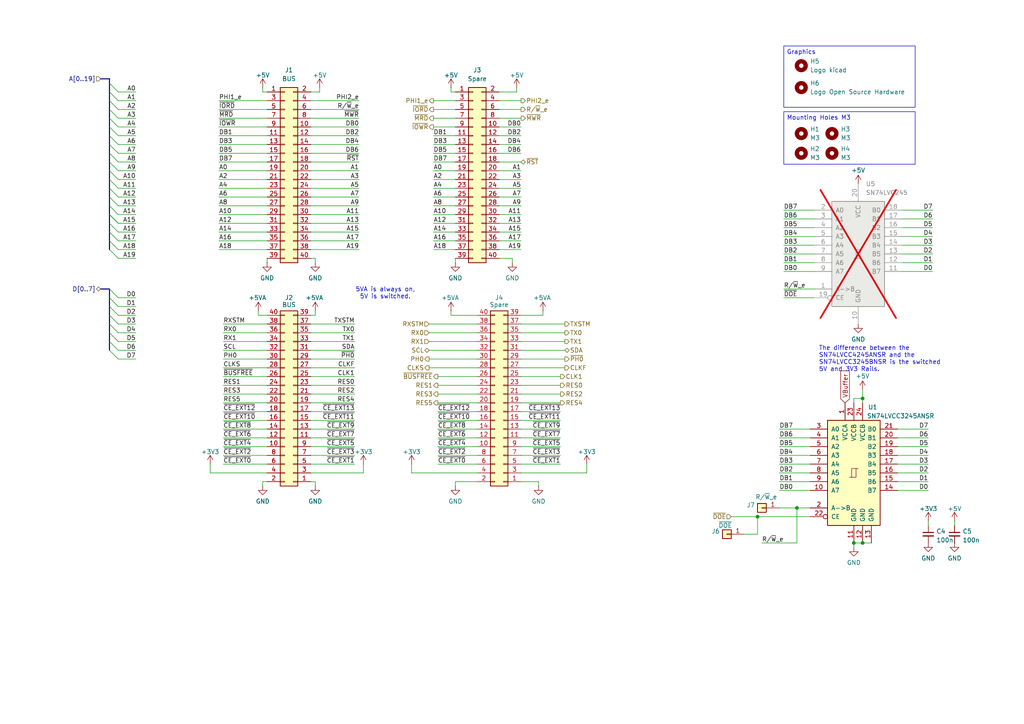
<source format=kicad_sch>
(kicad_sch (version 20231120) (generator "eeschema") (generator_version "8.0")
  (paper "A4")
  (title_block (title "Unicomp v3 - Bus") (date "2024-10-01") (rev "v1.0") (company "100% Offner") (comment 1 "v1.0: Initial"))
  (lib_symbols
    (symbol "+5V_1" (power) (pin_names (offset 0))
      (property "Value" "+5V_1" (at 0 3.556 0))
      (symbol "+5V_1_0_1"
        (polyline (pts (xy -0.762 1.27) (xy 0 2.54)))
        (polyline (pts (xy 0 0) (xy 0 2.54)))
        (polyline (pts (xy 0 2.54) (xy 0.762 1.27)))
      )
      (symbol "+5V_1_1_1"
        (pin power_in line (at 0 0 90) (length 0) hide (name "+5V") (number "1"))
      )
    )
    (symbol "74xx:74LS245" (pin_names (offset 1.016))
      (property "Reference" "U" (at -7.62 16.51 0))
      (property "Value" "74LS245" (at -7.62 -16.51 0))
      (symbol "74LS245_1_0"
        (polyline (pts (xy -0.635 -1.27) (xy -0.635 1.27) (xy 0.635 1.27)))
        (polyline (pts (xy -1.27 -1.27) (xy 0.635 -1.27) (xy 0.635 1.27) (xy 1.27 1.27)))
        (pin input line (at -12.7 -10.16 0) (length 5.08) (name "A->B") (number "1"))
        (pin power_in line (at 0 -20.32 90) (length 5.08) (name "GND") (number "10"))
        (pin tri_state line (at 12.7 -5.08 180) (length 5.08) (name "B7") (number "11"))
        (pin tri_state line (at 12.7 -2.54 180) (length 5.08) (name "B6") (number "12"))
        (pin tri_state line (at 12.7 0 180) (length 5.08) (name "B5") (number "13"))
        (pin tri_state line (at 12.7 2.54 180) (length 5.08) (name "B4") (number "14"))
        (pin tri_state line (at 12.7 5.08 180) (length 5.08) (name "B3") (number "15"))
        (pin tri_state line (at 12.7 7.62 180) (length 5.08) (name "B2") (number "16"))
        (pin tri_state line (at 12.7 10.16 180) (length 5.08) (name "B1") (number "17"))
        (pin tri_state line (at 12.7 12.7 180) (length 5.08) (name "B0") (number "18"))
        (pin input inverted (at -12.7 -12.7 0) (length 5.08) (name "CE") (number "19"))
        (pin tri_state line (at -12.7 12.7 0) (length 5.08) (name "A0") (number "2"))
        (pin power_in line (at 0 20.32 270) (length 5.08) (name "VCC") (number "20"))
        (pin tri_state line (at -12.7 10.16 0) (length 5.08) (name "A1") (number "3"))
        (pin tri_state line (at -12.7 7.62 0) (length 5.08) (name "A2") (number "4"))
        (pin tri_state line (at -12.7 5.08 0) (length 5.08) (name "A3") (number "5"))
        (pin tri_state line (at -12.7 2.54 0) (length 5.08) (name "A4") (number "6"))
        (pin tri_state line (at -12.7 0 0) (length 5.08) (name "A5") (number "7"))
        (pin tri_state line (at -12.7 -2.54 0) (length 5.08) (name "A6") (number "8"))
        (pin tri_state line (at -12.7 -5.08 0) (length 5.08) (name "A7") (number "9"))
      )
      (symbol "74LS245_1_1"
        (rectangle (start -7.62 15.24) (end 7.62 -15.24) (stroke (width 0.254)) (fill (type background)))
      )
    )
    (symbol "Connector_Generic:Conn_01x01" (pin_names (offset 1.016) hide)
      (property "Reference" "J" (at 0 2.54 0))
      (property "Value" "Conn_01x01" (at 0 -2.54 0))
      (symbol "Conn_01x01_1_1"
        (rectangle (start -1.27 0.127) (end 0 -0.127) (stroke (width 0.1524)))
        (rectangle (start -1.27 1.27) (end 1.27 -1.27) (stroke (width 0.254)) (fill (type background)))
        (pin passive line (at -5.08 0 0) (length 3.81) (name "Pin_1") (number "1"))
      )
    )
    (symbol "Connector_Generic:Conn_02x20_Odd_Even" (pin_names (offset 1.016) hide)
      (property "Reference" "J" (at 1.27 25.4 0))
      (property "Value" "Conn_02x20_Odd_Even" (at 1.27 -27.94 0))
      (symbol "Conn_02x20_Odd_Even_1_1"
        (rectangle (start -1.27 -25.273) (end 0 -25.527) (stroke (width 0.1524)))
        (rectangle (start -1.27 -22.733) (end 0 -22.987) (stroke (width 0.1524)))
        (rectangle (start -1.27 -20.193) (end 0 -20.447) (stroke (width 0.1524)))
        (rectangle (start -1.27 -17.653) (end 0 -17.907) (stroke (width 0.1524)))
        (rectangle (start -1.27 -15.113) (end 0 -15.367) (stroke (width 0.1524)))
        (rectangle (start -1.27 -12.573) (end 0 -12.827) (stroke (width 0.1524)))
        (rectangle (start -1.27 -10.033) (end 0 -10.287) (stroke (width 0.1524)))
        (rectangle (start -1.27 -7.493) (end 0 -7.747) (stroke (width 0.1524)))
        (rectangle (start -1.27 -4.953) (end 0 -5.207) (stroke (width 0.1524)))
        (rectangle (start -1.27 -2.413) (end 0 -2.667) (stroke (width 0.1524)))
        (rectangle (start -1.27 0.127) (end 0 -0.127) (stroke (width 0.1524)))
        (rectangle (start -1.27 2.667) (end 0 2.413) (stroke (width 0.1524)))
        (rectangle (start -1.27 5.207) (end 0 4.953) (stroke (width 0.1524)))
        (rectangle (start -1.27 7.747) (end 0 7.493) (stroke (width 0.1524)))
        (rectangle (start -1.27 10.287) (end 0 10.033) (stroke (width 0.1524)))
        (rectangle (start -1.27 12.827) (end 0 12.573) (stroke (width 0.1524)))
        (rectangle (start -1.27 15.367) (end 0 15.113) (stroke (width 0.1524)))
        (rectangle (start -1.27 17.907) (end 0 17.653) (stroke (width 0.1524)))
        (rectangle (start -1.27 20.447) (end 0 20.193) (stroke (width 0.1524)))
        (rectangle (start -1.27 22.987) (end 0 22.733) (stroke (width 0.1524)))
        (rectangle (start -1.27 24.13) (end 3.81 -26.67) (stroke (width 0.254)) (fill (type background)))
        (rectangle (start 3.81 -25.273) (end 2.54 -25.527) (stroke (width 0.1524)))
        (rectangle (start 3.81 -22.733) (end 2.54 -22.987) (stroke (width 0.1524)))
        (rectangle (start 3.81 -20.193) (end 2.54 -20.447) (stroke (width 0.1524)))
        (rectangle (start 3.81 -17.653) (end 2.54 -17.907) (stroke (width 0.1524)))
        (rectangle (start 3.81 -15.113) (end 2.54 -15.367) (stroke (width 0.1524)))
        (rectangle (start 3.81 -12.573) (end 2.54 -12.827) (stroke (width 0.1524)))
        (rectangle (start 3.81 -10.033) (end 2.54 -10.287) (stroke (width 0.1524)))
        (rectangle (start 3.81 -7.493) (end 2.54 -7.747) (stroke (width 0.1524)))
        (rectangle (start 3.81 -4.953) (end 2.54 -5.207) (stroke (width 0.1524)))
        (rectangle (start 3.81 -2.413) (end 2.54 -2.667) (stroke (width 0.1524)))
        (rectangle (start 3.81 0.127) (end 2.54 -0.127) (stroke (width 0.1524)))
        (rectangle (start 3.81 2.667) (end 2.54 2.413) (stroke (width 0.1524)))
        (rectangle (start 3.81 5.207) (end 2.54 4.953) (stroke (width 0.1524)))
        (rectangle (start 3.81 7.747) (end 2.54 7.493) (stroke (width 0.1524)))
        (rectangle (start 3.81 10.287) (end 2.54 10.033) (stroke (width 0.1524)))
        (rectangle (start 3.81 12.827) (end 2.54 12.573) (stroke (width 0.1524)))
        (rectangle (start 3.81 15.367) (end 2.54 15.113) (stroke (width 0.1524)))
        (rectangle (start 3.81 17.907) (end 2.54 17.653) (stroke (width 0.1524)))
        (rectangle (start 3.81 20.447) (end 2.54 20.193) (stroke (width 0.1524)))
        (rectangle (start 3.81 22.987) (end 2.54 22.733) (stroke (width 0.1524)))
        (pin passive line (at -5.08 22.86 0) (length 3.81) (name "Pin_1") (number "1"))
        (pin passive line (at 7.62 12.7 180) (length 3.81) (name "Pin_10") (number "10"))
        (pin passive line (at -5.08 10.16 0) (length 3.81) (name "Pin_11") (number "11"))
        (pin passive line (at 7.62 10.16 180) (length 3.81) (name "Pin_12") (number "12"))
        (pin passive line (at -5.08 7.62 0) (length 3.81) (name "Pin_13") (number "13"))
        (pin passive line (at 7.62 7.62 180) (length 3.81) (name "Pin_14") (number "14"))
        (pin passive line (at -5.08 5.08 0) (length 3.81) (name "Pin_15") (number "15"))
        (pin passive line (at 7.62 5.08 180) (length 3.81) (name "Pin_16") (number "16"))
        (pin passive line (at -5.08 2.54 0) (length 3.81) (name "Pin_17") (number "17"))
        (pin passive line (at 7.62 2.54 180) (length 3.81) (name "Pin_18") (number "18"))
        (pin passive line (at -5.08 0 0) (length 3.81) (name "Pin_19") (number "19"))
        (pin passive line (at 7.62 22.86 180) (length 3.81) (name "Pin_2") (number "2"))
        (pin passive line (at 7.62 0 180) (length 3.81) (name "Pin_20") (number "20"))
        (pin passive line (at -5.08 -2.54 0) (length 3.81) (name "Pin_21") (number "21"))
        (pin passive line (at 7.62 -2.54 180) (length 3.81) (name "Pin_22") (number "22"))
        (pin passive line (at -5.08 -5.08 0) (length 3.81) (name "Pin_23") (number "23"))
        (pin passive line (at 7.62 -5.08 180) (length 3.81) (name "Pin_24") (number "24"))
        (pin passive line (at -5.08 -7.62 0) (length 3.81) (name "Pin_25") (number "25"))
        (pin passive line (at 7.62 -7.62 180) (length 3.81) (name "Pin_26") (number "26"))
        (pin passive line (at -5.08 -10.16 0) (length 3.81) (name "Pin_27") (number "27"))
        (pin passive line (at 7.62 -10.16 180) (length 3.81) (name "Pin_28") (number "28"))
        (pin passive line (at -5.08 -12.7 0) (length 3.81) (name "Pin_29") (number "29"))
        (pin passive line (at -5.08 20.32 0) (length 3.81) (name "Pin_3") (number "3"))
        (pin passive line (at 7.62 -12.7 180) (length 3.81) (name "Pin_30") (number "30"))
        (pin passive line (at -5.08 -15.24 0) (length 3.81) (name "Pin_31") (number "31"))
        (pin passive line (at 7.62 -15.24 180) (length 3.81) (name "Pin_32") (number "32"))
        (pin passive line (at -5.08 -17.78 0) (length 3.81) (name "Pin_33") (number "33"))
        (pin passive line (at 7.62 -17.78 180) (length 3.81) (name "Pin_34") (number "34"))
        (pin passive line (at -5.08 -20.32 0) (length 3.81) (name "Pin_35") (number "35"))
        (pin passive line (at 7.62 -20.32 180) (length 3.81) (name "Pin_36") (number "36"))
        (pin passive line (at -5.08 -22.86 0) (length 3.81) (name "Pin_37") (number "37"))
        (pin passive line (at 7.62 -22.86 180) (length 3.81) (name "Pin_38") (number "38"))
        (pin passive line (at -5.08 -25.4 0) (length 3.81) (name "Pin_39") (number "39"))
        (pin passive line (at 7.62 20.32 180) (length 3.81) (name "Pin_4") (number "4"))
        (pin passive line (at 7.62 -25.4 180) (length 3.81) (name "Pin_40") (number "40"))
        (pin passive line (at -5.08 17.78 0) (length 3.81) (name "Pin_5") (number "5"))
        (pin passive line (at 7.62 17.78 180) (length 3.81) (name "Pin_6") (number "6"))
        (pin passive line (at -5.08 15.24 0) (length 3.81) (name "Pin_7") (number "7"))
        (pin passive line (at 7.62 15.24 180) (length 3.81) (name "Pin_8") (number "8"))
        (pin passive line (at -5.08 12.7 0) (length 3.81) (name "Pin_9") (number "9"))
      )
    )
    (symbol "Device:C_Small" (pin_numbers hide) (pin_names (offset 0.254) hide)
      (property "Reference" "C" (at 0.254 1.778 0))
      (property "Value" "C_Small" (at 0.254 -2.032 0))
      (symbol "C_Small_0_1"
        (polyline (pts (xy -1.524 -0.508) (xy 1.524 -0.508)) (stroke (width 0.3302)))
        (polyline (pts (xy -1.524 0.508) (xy 1.524 0.508)) (stroke (width 0.3048)))
      )
      (symbol "C_Small_1_1"
        (pin passive line (at 0 2.54 270) (length 2.032) (name "~") (number "1"))
        (pin passive line (at 0 -2.54 90) (length 2.032) (name "~") (number "2"))
      )
    )
    (symbol "Mechanical:MountingHole" (pin_names (offset 1.016)) (exclude_from_sim yes) (in_bom no)
      (property "Reference" "H" (at 0 5.08 0))
      (property "Value" "MountingHole" (at 0 3.175 0))
      (symbol "MountingHole_0_1"
        (circle (center 0 0) (radius 1.27) (stroke (width 1.27)))
      )
    )
    (symbol "my_ics_new:74LVC4245" (pin_names (offset 1.016))
      (property "Reference" "U" (at -7.62 19.05 0))
      (property "Value" "74LVC4245" (at -10.16 16.51 0))
      (symbol "74LVC4245_1_0"
        (polyline (pts (xy -0.635 -1.27) (xy -0.635 1.27) (xy 0.635 1.27)))
        (polyline (pts (xy -1.27 -1.27) (xy 0.635 -1.27) (xy 0.635 1.27) (xy 1.27 1.27)))
        (pin power_in line (at -2.54 20.32 270) (length 5.08) (name "VCCA") (number "1"))
        (pin tri_state line (at -12.7 -5.08 0) (length 5.08) (name "A7") (number "10"))
        (pin power_in line (at 0 -20.32 90) (length 5.08) (name "GND") (number "11"))
        (pin power_in line (at 2.54 -20.32 90) (length 5.08) (name "GND") (number "12"))
        (pin power_in line (at 5.08 -20.32 90) (length 5.08) (name "GND") (number "13"))
        (pin tri_state line (at 12.7 -5.08 180) (length 5.08) (name "B7") (number "14"))
        (pin tri_state line (at 12.7 -2.54 180) (length 5.08) (name "B6") (number "15"))
        (pin tri_state line (at 12.7 0 180) (length 5.08) (name "B5") (number "16"))
        (pin tri_state line (at 12.7 2.54 180) (length 5.08) (name "B4") (number "17"))
        (pin tri_state line (at 12.7 5.08 180) (length 5.08) (name "B3") (number "18"))
        (pin tri_state line (at 12.7 7.62 180) (length 5.08) (name "B2") (number "19"))
        (pin input line (at -12.7 -10.16 0) (length 5.08) (name "A->B") (number "2"))
        (pin tri_state line (at 12.7 10.16 180) (length 5.08) (name "B1") (number "20"))
        (pin tri_state line (at 12.7 12.7 180) (length 5.08) (name "B0") (number "21"))
        (pin input inverted (at -12.7 -12.7 0) (length 5.08) (name "CE") (number "22"))
        (pin power_in line (at 0 20.32 270) (length 5.08) (name "VCCB") (number "23"))
        (pin power_in line (at 2.54 20.32 270) (length 5.08) (name "VCCB") (number "24"))
        (pin tri_state line (at -12.7 12.7 0) (length 5.08) (name "A0") (number "3"))
        (pin tri_state line (at -12.7 10.16 0) (length 5.08) (name "A1") (number "4"))
        (pin tri_state line (at -12.7 7.62 0) (length 5.08) (name "A2") (number "5"))
        (pin tri_state line (at -12.7 5.08 0) (length 5.08) (name "A3") (number "6"))
        (pin tri_state line (at -12.7 2.54 0) (length 5.08) (name "A4") (number "7"))
        (pin tri_state line (at -12.7 0 0) (length 5.08) (name "A5") (number "8"))
        (pin tri_state line (at -12.7 -2.54 0) (length 5.08) (name "A6") (number "9"))
      )
      (symbol "74LVC4245_1_1"
        (rectangle (start -7.62 15.24) (end 7.62 -15.24) (stroke (width 0.254)) (fill (type background)))
      )
    )
    (symbol "power:+3V3" (power) (pin_numbers hide) (pin_names (offset 0) hide)
      (property "Value" "+3V3" (at 0 3.556 0))
      (symbol "+3V3_0_1"
        (polyline (pts (xy -0.762 1.27) (xy 0 2.54)))
        (polyline (pts (xy 0 0) (xy 0 2.54)))
        (polyline (pts (xy 0 2.54) (xy 0.762 1.27)))
      )
      (symbol "+3V3_1_1"
        (pin power_in line (at 0 0 90) (length 0) (name "~") (number "1"))
      )
    )
    (symbol "power:+5V" (power) (pin_numbers hide) (pin_names (offset 0) hide)
      (property "Value" "+5V" (at 0 3.556 0))
      (symbol "+5V_0_1"
        (polyline (pts (xy -0.762 1.27) (xy 0 2.54)))
        (polyline (pts (xy 0 0) (xy 0 2.54)))
        (polyline (pts (xy 0 2.54) (xy 0.762 1.27)))
      )
      (symbol "+5V_1_1"
        (pin power_in line (at 0 0 90) (length 0) (name "~") (number "1"))
      )
    )
    (symbol "power:+5VA" (power) (pin_numbers hide) (pin_names (offset 0) hide)
      (property "Value" "+5VA" (at 0 3.556 0))
      (symbol "+5VA_0_1"
        (polyline (pts (xy -0.762 1.27) (xy 0 2.54)))
        (polyline (pts (xy 0 0) (xy 0 2.54)))
        (polyline (pts (xy 0 2.54) (xy 0.762 1.27)))
      )
      (symbol "+5VA_1_1"
        (pin power_in line (at 0 0 90) (length 0) (name "~") (number "1"))
      )
    )
    (symbol "power:GND" (power) (pin_numbers hide) (pin_names (offset 0) hide)
      (property "Value" "GND" (at 0 -3.81 0))
      (symbol "GND_0_1"
        (polyline (pts (xy 0 0) (xy 0 -1.27) (xy 1.27 -1.27) (xy 0 -2.54) (xy -1.27 -1.27) (xy 0 -1.27)))
      )
      (symbol "GND_1_1"
        (pin power_in line (at 0 0 270) (length 0) (name "~") (number "1"))
      )
    )
  )
  (junction (at 231.14 147.32))
  (junction (at 247.65 157.48))
  (junction (at 250.19 115.57))
  (junction (at 219.71 149.86))
  (junction (at 250.19 157.48))
  (bus_entry (at 31.75 57.15) (size 2.54 2.54))
  (bus_entry (at 31.75 49.53) (size 2.54 2.54))
  (bus_entry (at 31.75 34.29) (size 2.54 2.54))
  (bus_entry (at 31.75 62.23) (size 2.54 2.54))
  (bus_entry (at 31.75 72.39) (size 2.54 2.54))
  (bus_entry (at 31.75 91.44) (size 2.54 2.54))
  (bus_entry (at 31.75 83.82) (size 2.54 2.54))
  (bus_entry (at 31.75 99.06) (size 2.54 2.54))
  (bus_entry (at 31.75 36.83) (size 2.54 2.54))
  (bus_entry (at 31.75 24.13) (size 2.54 2.54))
  (bus_entry (at 31.75 67.31) (size 2.54 2.54))
  (bus_entry (at 31.75 54.61) (size 2.54 2.54))
  (bus_entry (at 31.75 44.45) (size 2.54 2.54))
  (bus_entry (at 31.75 86.36) (size 2.54 2.54))
  (bus_entry (at 31.75 41.91) (size 2.54 2.54))
  (bus_entry (at 31.75 46.99) (size 2.54 2.54))
  (bus_entry (at 31.75 39.37) (size 2.54 2.54))
  (bus_entry (at 31.75 31.75) (size 2.54 2.54))
  (bus_entry (at 31.75 29.21) (size 2.54 2.54))
  (bus_entry (at 31.75 96.52) (size 2.54 2.54))
  (bus_entry (at 31.75 26.67) (size 2.54 2.54))
  (bus_entry (at 31.75 88.9) (size 2.54 2.54))
  (bus_entry (at 31.75 52.07) (size 2.54 2.54))
  (bus_entry (at 31.75 62.23) (size 2.54 2.54))
  (bus_entry (at 31.75 69.85) (size 2.54 2.54))
  (bus_entry (at 31.75 59.69) (size 2.54 2.54))
  (bus_entry (at 31.75 93.98) (size 2.54 2.54))
  (bus_entry (at 31.75 64.77) (size 2.54 2.54))
  (bus_entry (at 31.75 101.6) (size 2.54 2.54))
  (wire (pts (xy 39.37 91.44) (xy 34.29 91.44)))
  (wire (pts (xy 125.73 41.91) (xy 132.08 41.91)))
  (bus (pts (xy 31.75 91.44) (xy 31.75 88.9)))
  (wire (pts (xy 260.35 127) (xy 269.24 127)))
  (bus (pts (xy 31.75 31.75) (xy 31.75 29.21)))
  (wire (pts (xy 91.44 74.93) (xy 90.17 74.93)))
  (wire (pts (xy 250.19 113.03) (xy 250.19 115.57)))
  (wire (pts (xy 151.13 116.84) (xy 162.56 116.84)))
  (wire (pts (xy 125.73 44.45) (xy 132.08 44.45)))
  (wire (pts (xy 63.5 29.21) (xy 77.47 29.21)))
  (wire (pts (xy 144.78 57.15) (xy 151.13 57.15)))
  (wire (pts (xy 91.44 90.17) (xy 91.44 91.44)))
  (wire (pts (xy 156.21 139.7) (xy 151.13 139.7)))
  (wire (pts (xy 39.37 104.14) (xy 34.29 104.14)))
  (wire (pts (xy 90.17 99.06) (xy 102.87 99.06)))
  (wire (pts (xy 170.18 134.62) (xy 170.18 137.16)))
  (wire (pts (xy 125.73 39.37) (xy 132.08 39.37)))
  (wire (pts (xy 63.5 64.77) (xy 77.47 64.77)))
  (wire (pts (xy 130.81 90.17) (xy 130.81 91.44)))
  (wire (pts (xy 64.77 134.62) (xy 77.47 134.62)))
  (wire (pts (xy 144.78 64.77) (xy 151.13 64.77)))
  (wire (pts (xy 260.35 142.24) (xy 269.24 142.24)))
  (wire (pts (xy 144.78 69.85) (xy 151.13 69.85)))
  (wire (pts (xy 64.77 121.92) (xy 77.47 121.92)))
  (wire (pts (xy 151.13 129.54) (xy 162.56 129.54)))
  (wire (pts (xy 260.35 137.16) (xy 269.24 137.16)))
  (wire (pts (xy 227.33 83.82) (xy 236.22 83.82)))
  (wire (pts (xy 127 111.76) (xy 138.43 111.76)))
  (wire (pts (xy 90.17 64.77) (xy 104.14 64.77)))
  (wire (pts (xy 149.86 26.67) (xy 144.78 26.67)))
  (wire (pts (xy 39.37 69.85) (xy 34.29 69.85)))
  (wire (pts (xy 91.44 76.2) (xy 91.44 74.93)))
  (wire (pts (xy 151.13 99.06) (xy 163.83 99.06)))
  (wire (pts (xy 90.17 59.69) (xy 104.14 59.69)))
  (wire (pts (xy 127 127) (xy 138.43 127)))
  (wire (pts (xy 130.81 91.44) (xy 138.43 91.44)))
  (wire (pts (xy 63.5 36.83) (xy 77.47 36.83)))
  (wire (pts (xy 63.5 39.37) (xy 77.47 39.37)))
  (wire (pts (xy 90.17 116.84) (xy 102.87 116.84)))
  (wire (pts (xy 157.48 90.17) (xy 157.48 91.44)))
  (wire (pts (xy 125.73 69.85) (xy 132.08 69.85)))
  (wire (pts (xy 60.96 137.16) (xy 77.47 137.16)))
  (wire (pts (xy 231.14 147.32) (xy 234.95 147.32)))
  (wire (pts (xy 148.59 76.2) (xy 148.59 74.93)))
  (wire (pts (xy 260.35 129.54) (xy 269.24 129.54)))
  (wire (pts (xy 151.13 127) (xy 162.56 127)))
  (bus (pts (xy 31.75 99.06) (xy 31.75 96.52)))
  (wire (pts (xy 247.65 115.57) (xy 250.19 115.57)))
  (bus (pts (xy 31.75 88.9) (xy 31.75 86.36)))
  (wire (pts (xy 125.73 46.99) (xy 132.08 46.99)))
  (wire (pts (xy 261.62 78.74) (xy 270.51 78.74)))
  (wire (pts (xy 76.2 25.4) (xy 76.2 26.67)))
  (wire (pts (xy 125.73 31.75) (xy 132.08 31.75)))
  (wire (pts (xy 39.37 36.83) (xy 34.29 36.83)))
  (wire (pts (xy 39.37 57.15) (xy 34.29 57.15)))
  (wire (pts (xy 74.93 91.44) (xy 77.47 91.44)))
  (wire (pts (xy 226.06 129.54) (xy 234.95 129.54)))
  (bus (pts (xy 31.75 64.77) (xy 31.75 62.23)))
  (wire (pts (xy 39.37 62.23) (xy 34.29 62.23)))
  (wire (pts (xy 64.77 99.06) (xy 77.47 99.06)))
  (wire (pts (xy 149.86 25.4) (xy 149.86 26.67)))
  (wire (pts (xy 125.73 57.15) (xy 132.08 57.15)))
  (wire (pts (xy 39.37 52.07) (xy 34.29 52.07)))
  (wire (pts (xy 226.06 124.46) (xy 234.95 124.46)))
  (wire (pts (xy 227.33 60.96) (xy 236.22 60.96)))
  (wire (pts (xy 90.17 36.83) (xy 104.14 36.83)))
  (wire (pts (xy 219.71 154.94) (xy 219.71 149.86)))
  (wire (pts (xy 39.37 49.53) (xy 34.29 49.53)))
  (bus (pts (xy 31.75 44.45) (xy 31.75 41.91)))
  (wire (pts (xy 92.71 25.4) (xy 92.71 26.67)))
  (wire (pts (xy 90.17 31.75) (xy 104.14 31.75)))
  (wire (pts (xy 64.77 124.46) (xy 77.47 124.46)))
  (wire (pts (xy 276.86 151.13) (xy 276.86 152.4)))
  (bus (pts (xy 31.75 86.36) (xy 31.75 83.82)))
  (wire (pts (xy 64.77 106.68) (xy 77.47 106.68)))
  (wire (pts (xy 39.37 88.9) (xy 34.29 88.9)))
  (wire (pts (xy 64.77 101.6) (xy 77.47 101.6)))
  (wire (pts (xy 64.77 114.3) (xy 77.47 114.3)))
  (wire (pts (xy 226.06 137.16) (xy 234.95 137.16)))
  (bus (pts (xy 31.75 69.85) (xy 31.75 67.31)))
  (wire (pts (xy 39.37 46.99) (xy 34.29 46.99)))
  (wire (pts (xy 226.06 132.08) (xy 234.95 132.08)))
  (wire (pts (xy 125.73 59.69) (xy 132.08 59.69)))
  (wire (pts (xy 39.37 96.52) (xy 34.29 96.52)))
  (wire (pts (xy 64.77 129.54) (xy 77.47 129.54)))
  (wire (pts (xy 261.62 76.2) (xy 270.51 76.2)))
  (wire (pts (xy 39.37 39.37) (xy 34.29 39.37)))
  (wire (pts (xy 125.73 36.83) (xy 132.08 36.83)))
  (wire (pts (xy 125.73 52.07) (xy 132.08 52.07)))
  (wire (pts (xy 39.37 34.29) (xy 34.29 34.29)))
  (wire (pts (xy 63.5 31.75) (xy 77.47 31.75)))
  (wire (pts (xy 127 116.84) (xy 138.43 116.84)))
  (wire (pts (xy 151.13 124.46) (xy 162.56 124.46)))
  (wire (pts (xy 269.24 151.13) (xy 269.24 152.4)))
  (wire (pts (xy 261.62 66.04) (xy 270.51 66.04)))
  (wire (pts (xy 130.81 26.67) (xy 132.08 26.67)))
  (wire (pts (xy 231.14 157.48) (xy 231.14 147.32)))
  (wire (pts (xy 151.13 101.6) (xy 163.83 101.6)))
  (bus (pts (xy 31.75 39.37) (xy 31.75 36.83)))
  (wire (pts (xy 63.5 52.07) (xy 77.47 52.07)))
  (wire (pts (xy 90.17 134.62) (xy 102.87 134.62)))
  (bus (pts (xy 31.75 93.98) (xy 31.75 91.44)))
  (wire (pts (xy 39.37 44.45) (xy 34.29 44.45)))
  (wire (pts (xy 157.48 91.44) (xy 151.13 91.44)))
  (wire (pts (xy 227.33 78.74) (xy 236.22 78.74)))
  (wire (pts (xy 127 114.3) (xy 138.43 114.3)))
  (wire (pts (xy 124.46 106.68) (xy 138.43 106.68)))
  (wire (pts (xy 77.47 76.2) (xy 77.47 74.93)))
  (wire (pts (xy 63.5 72.39) (xy 77.47 72.39)))
  (wire (pts (xy 151.13 109.22) (xy 162.56 109.22)))
  (wire (pts (xy 90.17 69.85) (xy 104.14 69.85)))
  (wire (pts (xy 63.5 62.23) (xy 77.47 62.23)))
  (wire (pts (xy 226.06 139.7) (xy 234.95 139.7)))
  (wire (pts (xy 127 119.38) (xy 138.43 119.38)))
  (wire (pts (xy 63.5 59.69) (xy 77.47 59.69)))
  (wire (pts (xy 227.33 73.66) (xy 236.22 73.66)))
  (wire (pts (xy 90.17 57.15) (xy 104.14 57.15)))
  (wire (pts (xy 91.44 91.44) (xy 90.17 91.44)))
  (wire (pts (xy 227.33 86.36) (xy 236.22 86.36)))
  (wire (pts (xy 215.9 154.94) (xy 219.71 154.94)))
  (wire (pts (xy 125.73 62.23) (xy 132.08 62.23)))
  (bus (pts (xy 31.75 52.07) (xy 31.75 49.53)))
  (bus (pts (xy 31.75 54.61) (xy 31.75 52.07)))
  (wire (pts (xy 39.37 64.77) (xy 34.29 64.77)))
  (wire (pts (xy 227.33 63.5) (xy 236.22 63.5)))
  (wire (pts (xy 144.78 62.23) (xy 151.13 62.23)))
  (wire (pts (xy 125.73 34.29) (xy 132.08 34.29)))
  (bus (pts (xy 31.75 72.39) (xy 31.75 69.85)))
  (wire (pts (xy 144.78 67.31) (xy 151.13 67.31)))
  (wire (pts (xy 151.13 132.08) (xy 162.56 132.08)))
  (wire (pts (xy 119.38 137.16) (xy 138.43 137.16)))
  (wire (pts (xy 151.13 96.52) (xy 163.83 96.52)))
  (wire (pts (xy 63.5 54.61) (xy 77.47 54.61)))
  (bus (pts (xy 31.75 49.53) (xy 31.75 46.99)))
  (wire (pts (xy 76.2 140.97) (xy 76.2 139.7)))
  (wire (pts (xy 156.21 140.97) (xy 156.21 139.7)))
  (wire (pts (xy 39.37 99.06) (xy 34.29 99.06)))
  (wire (pts (xy 91.44 140.97) (xy 91.44 139.7)))
  (bus (pts (xy 31.75 29.21) (xy 31.75 26.67)))
  (wire (pts (xy 125.73 67.31) (xy 132.08 67.31)))
  (wire (pts (xy 144.78 49.53) (xy 151.13 49.53)))
  (wire (pts (xy 39.37 86.36) (xy 34.29 86.36)))
  (bus (pts (xy 31.75 83.82) (xy 29.21 83.82)))
  (wire (pts (xy 127 121.92) (xy 138.43 121.92)))
  (wire (pts (xy 127 129.54) (xy 138.43 129.54)))
  (wire (pts (xy 63.5 34.29) (xy 77.47 34.29)))
  (wire (pts (xy 144.78 34.29) (xy 151.13 34.29)))
  (wire (pts (xy 227.33 66.04) (xy 236.22 66.04)))
  (wire (pts (xy 63.5 46.99) (xy 77.47 46.99)))
  (wire (pts (xy 90.17 106.68) (xy 102.87 106.68)))
  (wire (pts (xy 144.78 29.21) (xy 151.13 29.21)))
  (wire (pts (xy 76.2 26.67) (xy 77.47 26.67)))
  (wire (pts (xy 90.17 114.3) (xy 102.87 114.3)))
  (wire (pts (xy 132.08 76.2) (xy 132.08 74.93)))
  (wire (pts (xy 125.73 72.39) (xy 132.08 72.39)))
  (wire (pts (xy 74.93 90.17) (xy 74.93 91.44)))
  (wire (pts (xy 64.77 109.22) (xy 77.47 109.22)))
  (wire (pts (xy 39.37 74.93) (xy 34.29 74.93)))
  (wire (pts (xy 260.35 139.7) (xy 269.24 139.7)))
  (wire (pts (xy 90.17 104.14) (xy 102.87 104.14)))
  (wire (pts (xy 90.17 44.45) (xy 104.14 44.45)))
  (wire (pts (xy 64.77 111.76) (xy 77.47 111.76)))
  (wire (pts (xy 144.78 54.61) (xy 151.13 54.61)))
  (wire (pts (xy 247.65 157.48) (xy 250.19 157.48)))
  (wire (pts (xy 261.62 68.58) (xy 270.51 68.58)))
  (wire (pts (xy 220.98 157.48) (xy 231.14 157.48)))
  (wire (pts (xy 124.46 101.6) (xy 138.43 101.6)))
  (bus (pts (xy 31.75 57.15) (xy 31.75 54.61)))
  (wire (pts (xy 151.13 93.98) (xy 163.83 93.98)))
  (wire (pts (xy 63.5 69.85) (xy 77.47 69.85)))
  (wire (pts (xy 64.77 93.98) (xy 77.47 93.98)))
  (wire (pts (xy 250.19 115.57) (xy 250.19 116.84)))
  (wire (pts (xy 39.37 31.75) (xy 34.29 31.75)))
  (wire (pts (xy 90.17 62.23) (xy 104.14 62.23)))
  (wire (pts (xy 124.46 96.52) (xy 138.43 96.52)))
  (wire (pts (xy 127 124.46) (xy 138.43 124.46)))
  (wire (pts (xy 90.17 49.53) (xy 104.14 49.53)))
  (bus (pts (xy 31.75 46.99) (xy 31.75 44.45)))
  (wire (pts (xy 64.77 96.52) (xy 77.47 96.52)))
  (wire (pts (xy 124.46 104.14) (xy 138.43 104.14)))
  (wire (pts (xy 261.62 73.66) (xy 270.51 73.66)))
  (wire (pts (xy 90.17 127) (xy 102.87 127)))
  (wire (pts (xy 92.71 26.67) (xy 90.17 26.67)))
  (wire (pts (xy 76.2 139.7) (xy 77.47 139.7)))
  (wire (pts (xy 124.46 99.06) (xy 138.43 99.06)))
  (wire (pts (xy 247.65 158.75) (xy 247.65 157.48)))
  (wire (pts (xy 144.78 44.45) (xy 151.13 44.45)))
  (wire (pts (xy 260.35 134.62) (xy 269.24 134.62)))
  (wire (pts (xy 144.78 59.69) (xy 151.13 59.69)))
  (wire (pts (xy 125.73 54.61) (xy 132.08 54.61)))
  (wire (pts (xy 260.35 124.46) (xy 269.24 124.46)))
  (wire (pts (xy 250.19 157.48) (xy 252.73 157.48)))
  (wire (pts (xy 63.5 67.31) (xy 77.47 67.31)))
  (wire (pts (xy 127 132.08) (xy 138.43 132.08)))
  (wire (pts (xy 90.17 119.38) (xy 102.87 119.38)))
  (wire (pts (xy 63.5 41.91) (xy 77.47 41.91)))
  (wire (pts (xy 39.37 59.69) (xy 34.29 59.69)))
  (wire (pts (xy 63.5 44.45) (xy 77.47 44.45)))
  (wire (pts (xy 60.96 134.62) (xy 60.96 137.16)))
  (wire (pts (xy 151.13 119.38) (xy 162.56 119.38)))
  (wire (pts (xy 64.77 116.84) (xy 77.47 116.84)))
  (wire (pts (xy 90.17 129.54) (xy 102.87 129.54)))
  (wire (pts (xy 127 134.62) (xy 138.43 134.62)))
  (wire (pts (xy 39.37 93.98) (xy 34.29 93.98)))
  (wire (pts (xy 64.77 127) (xy 77.47 127)))
  (wire (pts (xy 226.06 147.32) (xy 231.14 147.32)))
  (wire (pts (xy 39.37 101.6) (xy 34.29 101.6)))
  (wire (pts (xy 64.77 119.38) (xy 77.47 119.38)))
  (wire (pts (xy 144.78 31.75) (xy 151.13 31.75)))
  (bus (pts (xy 31.75 36.83) (xy 31.75 34.29)))
  (wire (pts (xy 151.13 111.76) (xy 162.56 111.76)))
  (wire (pts (xy 90.17 41.91) (xy 104.14 41.91)))
  (wire (pts (xy 151.13 137.16) (xy 170.18 137.16)))
  (wire (pts (xy 63.5 57.15) (xy 77.47 57.15)))
  (wire (pts (xy 148.59 74.93) (xy 144.78 74.93)))
  (wire (pts (xy 90.17 39.37) (xy 104.14 39.37)))
  (wire (pts (xy 119.38 134.62) (xy 119.38 137.16)))
  (wire (pts (xy 260.35 132.08) (xy 269.24 132.08)))
  (wire (pts (xy 90.17 34.29) (xy 104.14 34.29)))
  (wire (pts (xy 39.37 41.91) (xy 34.29 41.91)))
  (wire (pts (xy 132.08 139.7) (xy 138.43 139.7)))
  (wire (pts (xy 125.73 64.77) (xy 132.08 64.77)))
  (wire (pts (xy 39.37 29.21) (xy 34.29 29.21)))
  (wire (pts (xy 90.17 93.98) (xy 102.87 93.98)))
  (wire (pts (xy 226.06 134.62) (xy 234.95 134.62)))
  (wire (pts (xy 144.78 41.91) (xy 151.13 41.91)))
  (wire (pts (xy 144.78 46.99) (xy 151.13 46.99)))
  (bus (pts (xy 31.75 59.69) (xy 31.75 57.15)))
  (wire (pts (xy 90.17 101.6) (xy 102.87 101.6)))
  (wire (pts (xy 90.17 124.46) (xy 102.87 124.46)))
  (bus (pts (xy 31.75 41.91) (xy 31.75 39.37)))
  (wire (pts (xy 90.17 109.22) (xy 102.87 109.22)))
  (wire (pts (xy 151.13 104.14) (xy 163.83 104.14)))
  (wire (pts (xy 125.73 29.21) (xy 132.08 29.21)))
  (bus (pts (xy 31.75 26.67) (xy 31.75 24.13)))
  (wire (pts (xy 64.77 132.08) (xy 77.47 132.08)))
  (wire (pts (xy 226.06 142.24) (xy 234.95 142.24)))
  (bus (pts (xy 31.75 62.23) (xy 31.75 59.69)))
  (wire (pts (xy 39.37 72.39) (xy 34.29 72.39)))
  (wire (pts (xy 90.17 111.76) (xy 102.87 111.76)))
  (wire (pts (xy 39.37 67.31) (xy 34.29 67.31)))
  (bus (pts (xy 31.75 24.13) (xy 31.75 22.86)))
  (wire (pts (xy 130.81 25.4) (xy 130.81 26.67)))
  (wire (pts (xy 90.17 121.92) (xy 102.87 121.92)))
  (wire (pts (xy 227.33 71.12) (xy 236.22 71.12)))
  (wire (pts (xy 90.17 137.16) (xy 105.41 137.16)))
  (bus (pts (xy 31.75 96.52) (xy 31.75 93.98)))
  (wire (pts (xy 90.17 67.31) (xy 104.14 67.31)))
  (wire (pts (xy 63.5 49.53) (xy 77.47 49.53)))
  (wire (pts (xy 227.33 68.58) (xy 236.22 68.58)))
  (wire (pts (xy 90.17 29.21) (xy 104.14 29.21)))
  (wire (pts (xy 261.62 71.12) (xy 270.51 71.12)))
  (wire (pts (xy 219.71 149.86) (xy 234.95 149.86)))
  (wire (pts (xy 226.06 127) (xy 234.95 127)))
  (wire (pts (xy 90.17 52.07) (xy 104.14 52.07)))
  (wire (pts (xy 90.17 54.61) (xy 104.14 54.61)))
  (wire (pts (xy 125.73 49.53) (xy 132.08 49.53)))
  (wire (pts (xy 39.37 26.67) (xy 34.29 26.67)))
  (wire (pts (xy 144.78 72.39) (xy 151.13 72.39)))
  (bus (pts (xy 31.75 101.6) (xy 31.75 99.06)))
  (wire (pts (xy 90.17 72.39) (xy 104.14 72.39)))
  (wire (pts (xy 151.13 121.92) (xy 162.56 121.92)))
  (wire (pts (xy 151.13 134.62) (xy 162.56 134.62)))
  (wire (pts (xy 151.13 114.3) (xy 162.56 114.3)))
  (wire (pts (xy 212.09 149.86) (xy 219.71 149.86)))
  (bus (pts (xy 31.75 67.31) (xy 31.75 64.77)))
  (wire (pts (xy 144.78 39.37) (xy 151.13 39.37)))
  (wire (pts (xy 144.78 52.07) (xy 151.13 52.07)))
  (wire (pts (xy 90.17 132.08) (xy 102.87 132.08)))
  (wire (pts (xy 127 109.22) (xy 138.43 109.22)))
  (wire (pts (xy 105.41 134.62) (xy 105.41 137.16)))
  (wire (pts (xy 91.44 139.7) (xy 90.17 139.7)))
  (wire (pts (xy 261.62 60.96) (xy 270.51 60.96)))
  (wire (pts (xy 151.13 106.68) (xy 163.83 106.68)))
  (wire (pts (xy 90.17 46.99) (xy 104.14 46.99)))
  (wire (pts (xy 227.33 76.2) (xy 236.22 76.2)))
  (bus (pts (xy 31.75 22.86) (xy 29.21 22.86)))
  (wire (pts (xy 144.78 36.83) (xy 151.13 36.83)))
  (wire (pts (xy 132.08 140.97) (xy 132.08 139.7)))
  (wire (pts (xy 247.65 116.84) (xy 247.65 115.57)))
  (wire (pts (xy 90.17 96.52) (xy 102.87 96.52)))
  (wire (pts (xy 261.62 63.5) (xy 270.51 63.5)))
  (wire (pts (xy 39.37 54.61) (xy 34.29 54.61)))
  (wire (pts (xy 124.46 93.98) (xy 138.43 93.98)))
  (bus (pts (xy 31.75 34.29) (xy 31.75 31.75)))
  (wire (pts (xy 64.77 104.14) (xy 77.47 104.14)))
  (rectangle (start 227.33 32.385) (end 265.43 47.625))
  (rectangle (start 227.33 13.335) (end 265.43 31.115))
  (text "Graphics" (at 232.41 15.24 0) (effects (font (size 1.27 1.27))))
  (text "5VA is always on,\n5V is switched." (at 111.76 85.09 0) (effects (font (size 1.27 1.27))))
  (text "Mounting Holes M3" (at 237.49 34.29 0) (effects (font (size 1.27 1.27))))
  (text "The difference between the \nSN74LVCC4245ANSR and the\nSN74LVCC3245BNSR is the switched\n5V and 3V3 Rails." (at 237.49 107.95 0) (effects (font (size 1.27 1.27)) (justify left bottom)))
  (label "DB7" (at 63.5 46.99 0))
  (label "D2" (at 270.51 73.66 180))
  (label "~{CE_EXT8}" (at 64.77 124.46 0))
  (label "~{CE_EXT1}" (at 102.87 134.62 180))
  (label "A19" (at 151.13 72.39 180))
  (label "~{CE_EXT6}" (at 64.77 127 0))
  (label "A15" (at 151.13 67.31 180))
  (label "A0" (at 39.37 26.67 180))
  (label "RX1" (at 64.77 99.06 0))
  (label "A17" (at 39.37 69.85 180))
  (label "A17" (at 104.14 69.85 180))
  (label "A0" (at 63.5 49.53 0))
  (label "~{CE_EXT5}" (at 162.56 129.54 180))
  (label "DB7" (at 226.06 124.46 0))
  (label "~{CE_EXT1}" (at 162.56 134.62 180))
  (label "D5" (at 269.24 129.54 180))
  (label "A6" (at 63.5 57.15 0))
  (label "DB3" (at 226.06 134.62 0))
  (label "D6" (at 269.24 127 180))
  (label "A18" (at 63.5 72.39 0))
  (label "A7" (at 151.13 57.15 180))
  (label "A17" (at 151.13 69.85 180))
  (label "DB7" (at 125.73 46.99 0))
  (label "RES5" (at 64.77 116.84 0))
  (label "~{CE_EXT8}" (at 127 124.46 0))
  (label "A11" (at 151.13 62.23 180))
  (label "DB5" (at 227.33 66.04 0))
  (label "DB6" (at 151.13 44.45 180))
  (label "~{CE_EXT13}" (at 102.87 119.38 180))
  (label "~{DOE}" (at 227.33 86.36 0))
  (label "D2" (at 39.37 91.44 180))
  (label "D2" (at 269.24 137.16 180))
  (label "D7" (at 39.37 104.14 180))
  (label "A13" (at 104.14 64.77 180))
  (label "A0" (at 125.73 49.53 0))
  (label "A16" (at 63.5 69.85 0))
  (label "A5" (at 39.37 39.37 180))
  (label "A15" (at 39.37 64.77 180))
  (label "A9" (at 39.37 49.53 180))
  (label "~{CE_EXT4}" (at 64.77 129.54 0))
  (label "DB2" (at 226.06 137.16 0))
  (label "A4" (at 125.73 54.61 0))
  (label "~{CE_EXT13}" (at 162.56 119.38 180))
  (label "A5" (at 104.14 54.61 180))
  (label "A12" (at 63.5 64.77 0))
  (label "DB2" (at 104.14 39.37 180))
  (label "A8" (at 63.5 59.69 0))
  (label "CLK1" (at 102.87 109.22 180))
  (label "~{CE_EXT5}" (at 102.87 129.54 180))
  (label "D3" (at 270.51 71.12 180))
  (label "SDA" (at 102.87 101.6 180))
  (label "D5" (at 39.37 99.06 180))
  (label "DB2" (at 227.33 73.66 0))
  (label "A11" (at 39.37 54.61 180))
  (label "CLKF" (at 102.87 106.68 180))
  (label "A2" (at 63.5 52.07 0))
  (label "~{CE_EXT6}" (at 127 127 0))
  (label "A5" (at 151.13 54.61 180))
  (label "DB5" (at 226.06 129.54 0))
  (label "A11" (at 104.14 62.23 180))
  (label "~{CE_EXT0}" (at 127 134.62 0))
  (label "A7" (at 104.14 57.15 180))
  (label "A10" (at 39.37 52.07 180))
  (label "D7" (at 269.24 124.46 180))
  (label "A16" (at 125.73 69.85 0))
  (label "D3" (at 269.24 134.62 180))
  (label "D1" (at 269.24 139.7 180))
  (label "A9" (at 151.13 59.69 180))
  (label "~{CE_EXT12}" (at 127 119.38 0))
  (label "~{CE_EXT0}" (at 64.77 134.62 0))
  (label "~{IORD}" (at 63.5 31.75 0))
  (label "A3" (at 151.13 52.07 180))
  (label "D0" (at 269.24 142.24 180))
  (label "A2" (at 125.73 52.07 0))
  (label "~{CE_EXT7}" (at 102.87 127 180))
  (label "DB0" (at 226.06 142.24 0))
  (label "RES4" (at 102.87 116.84 180))
  (label "R{slash}~{W}_e" (at 227.33 83.82 0))
  (label "D0" (at 39.37 86.36 180))
  (label "~{CE_EXT3}" (at 102.87 132.08 180))
  (label "A7" (at 39.37 44.45 180))
  (label "A15" (at 104.14 67.31 180))
  (label "D0" (at 270.51 78.74 180))
  (label "PH0" (at 64.77 104.14 0))
  (label "TX0" (at 102.87 96.52 180))
  (label "D4" (at 269.24 132.08 180))
  (label "~{MWR}" (at 104.14 34.29 180))
  (label "A19" (at 104.14 72.39 180))
  (label "D5" (at 270.51 66.04 180))
  (label "DB3" (at 63.5 41.91 0))
  (label "D1" (at 270.51 76.2 180))
  (label "DB4" (at 226.06 132.08 0))
  (label "RES1" (at 64.77 111.76 0))
  (label "DB4" (at 151.13 41.91 180))
  (label "DB1" (at 226.06 139.7 0))
  (label "D6" (at 270.51 63.5 180))
  (label "R{slash}~{W}_e" (at 220.98 157.48 0))
  (label "A3" (at 39.37 34.29 180))
  (label "DB6" (at 226.06 127 0))
  (label "DB0" (at 151.13 36.83 180))
  (label "A14" (at 63.5 67.31 0))
  (label "A10" (at 125.73 62.23 0))
  (label "~{RST}" (at 104.14 46.99 180))
  (label "DB1" (at 125.73 39.37 0))
  (label "DB4" (at 104.14 41.91 180))
  (label "A12" (at 39.37 57.15 180))
  (label "~{CE_EXT2}" (at 127 132.08 0))
  (label "D1" (at 39.37 88.9 180))
  (label "~{BUSFREE}" (at 64.77 109.22 0))
  (label "DB5" (at 125.73 44.45 0))
  (label "A8" (at 125.73 59.69 0))
  (label "D3" (at 39.37 93.98 180))
  (label "~{IOWR}" (at 63.5 36.83 0))
  (label "A4" (at 39.37 36.83 180))
  (label "~{CE_EXT9}" (at 162.56 124.46 180))
  (label "A10" (at 63.5 62.23 0))
  (label "A14" (at 39.37 62.23 180))
  (label "DB3" (at 227.33 71.12 0))
  (label "~{CE_EXT10}" (at 127 121.92 0))
  (label "DB6" (at 104.14 44.45 180))
  (label "A2" (at 39.37 31.75 180))
  (label "DB5" (at 63.5 44.45 0))
  (label "R{slash}~{W}_e" (at 104.14 31.75 180))
  (label "DB2" (at 151.13 39.37 180))
  (label "CLKS" (at 64.77 106.68 0))
  (label "PHI2_e" (at 104.14 29.21 180))
  (label "DB0" (at 227.33 78.74 0))
  (label "DB1" (at 63.5 39.37 0))
  (label "A6" (at 125.73 57.15 0))
  (label "A13" (at 39.37 59.69 180))
  (label "A14" (at 125.73 67.31 0))
  (label "RES2" (at 102.87 114.3 180))
  (label "A18" (at 39.37 72.39 180))
  (label "A13" (at 151.13 64.77 180))
  (label "~{CE_EXT7}" (at 162.56 127 180))
  (label "DB7" (at 227.33 60.96 0))
  (label "DB4" (at 227.33 68.58 0))
  (label "~{CE_EXT10}" (at 64.77 121.92 0))
  (label "~{CE_EXT11}" (at 162.56 121.92 180))
  (label "DB1" (at 227.33 76.2 0))
  (label "A1" (at 104.14 49.53 180))
  (label "~{CE_EXT11}" (at 102.87 121.92 180))
  (label "TXSTM" (at 102.87 93.98 180))
  (label "A12" (at 125.73 64.77 0))
  (label "~{CE_EXT2}" (at 64.77 132.08 0))
  (label "A3" (at 104.14 52.07 180))
  (label "~{CE_EXT12}" (at 64.77 119.38 0))
  (label "A4" (at 63.5 54.61 0))
  (label "DB3" (at 125.73 41.91 0))
  (label "~{CE_EXT3}" (at 162.56 132.08 180))
  (label "D6" (at 39.37 101.6 180))
  (label "D4" (at 39.37 96.52 180))
  (label "TX1" (at 102.87 99.06 180))
  (label "SCL" (at 64.77 101.6 0))
  (label "A9" (at 104.14 59.69 180))
  (label "A6" (at 39.37 41.91 180))
  (label "A18" (at 125.73 72.39 0))
  (label "RXSTM" (at 64.77 93.98 0))
  (label "~{PH0}" (at 102.87 104.14 180))
  (label "DB6" (at 227.33 63.5 0))
  (label "DB0" (at 104.14 36.83 180))
  (label "RX0" (at 64.77 96.52 0))
  (label "~{MRD}" (at 63.5 34.29 0))
  (label "RES3" (at 64.77 114.3 0))
  (label "A19" (at 39.37 74.93 180))
  (label "PHI1_e" (at 63.5 29.21 0))
  (label "RES0" (at 102.87 111.76 180))
  (label "D4" (at 270.51 68.58 180))
  (label "A16" (at 39.37 67.31 180))
  (label "A8" (at 39.37 46.99 180))
  (label "A1" (at 39.37 29.21 180))
  (label "~{CE_EXT4}" (at 127 129.54 0))
  (label "A1" (at 151.13 49.53 180))
  (label "~{CE_EXT9}" (at 102.87 124.46 180))
  (label "D7" (at 270.51 60.96 180))
  (global_label "VBuffer" (shape input) (at 245.11 116.84 90) (property "Intersheetrefs" "${INTERSHEET_REFS}" (effects (hide yes))))
  (hierarchical_label "RES1" (shape output) (at 127 111.76 180))
  (hierarchical_label "RES5" (shape output) (at 127 116.84 180))
  (hierarchical_label "CLKF" (shape output) (at 163.83 106.68 0))
  (hierarchical_label "D[0..7]" (shape bidirectional) (at 29.21 83.82 180))
  (hierarchical_label "~{IOWR}" (shape output) (at 125.73 36.83 180))
  (hierarchical_label "A[0..19]" (shape input) (at 29.21 22.86 180))
  (hierarchical_label "CLK1" (shape output) (at 162.56 109.22 0))
  (hierarchical_label "RX1" (shape input) (at 124.46 99.06 180))
  (hierarchical_label "~{RST}" (shape tri_state) (at 151.13 46.99 0))
  (hierarchical_label "~{DOE}" (shape input) (at 212.09 149.86 180))
  (hierarchical_label "TX0" (shape output) (at 163.83 96.52 0))
  (hierarchical_label "RES0" (shape output) (at 162.56 111.76 0))
  (hierarchical_label "SCL" (shape bidirectional) (at 124.46 101.6 180))
  (hierarchical_label "PHI1_e" (shape output) (at 125.73 29.21 180))
  (hierarchical_label "PH0" (shape output) (at 124.46 104.14 180))
  (hierarchical_label "~{IORD}" (shape output) (at 125.73 31.75 180))
  (hierarchical_label "SDA" (shape bidirectional) (at 163.83 101.6 0))
  (hierarchical_label "~{MRD}" (shape output) (at 125.73 34.29 180))
  (hierarchical_label "~{PH0}" (shape output) (at 163.83 104.14 0))
  (hierarchical_label "RES2" (shape output) (at 162.56 114.3 0))
  (hierarchical_label "~{MWR}" (shape output) (at 151.13 34.29 0))
  (hierarchical_label "CLKS" (shape output) (at 124.46 106.68 180))
  (hierarchical_label "TXSTM" (shape output) (at 163.83 93.98 0))
  (hierarchical_label "~{BUSFREE}" (shape output) (at 127 109.22 180))
  (hierarchical_label "RES4" (shape output) (at 162.56 116.84 0))
  (hierarchical_label "R{slash}~{W}_e" (shape output) (at 151.13 31.75 0))
  (hierarchical_label "RES3" (shape output) (at 127 114.3 180))
  (hierarchical_label "TX1" (shape output) (at 163.83 99.06 0))
  (hierarchical_label "RXSTM" (shape input) (at 124.46 93.98 180))
  (hierarchical_label "RX0" (shape input) (at 124.46 96.52 180))
  (hierarchical_label "PHI2_e" (shape output) (at 151.13 29.21 0))
  (symbol (lib_id "power:GND") (at 269.24 157.48 0) (unit 1)
    (property "Reference" "#PWR07" (effects (hide yes)))
    (property "Value" "GND" (at 269.24 161.9234 0))
  )
  (symbol (lib_id "power:+5V") (at 276.86 151.13 0) (unit 1)
    (property "Reference" "#PWR010" (effects (hide yes)))
    (property "Value" "+5V" (at 276.86 147.5542 0))
    (property "Description" "Power symbol creates a global label with name \"+5V\"" (effects (hide yes)))
  )
  (symbol (lib_id "Mechanical:MountingHole") (at 232.41 38.735 0) (unit 1) (in_bom no)
    (property "Reference" "H1" (at 234.95 37.4649 0) (effects (justify left)))
    (property "Value" "M3" (at 234.95 40.0049 0) (effects (justify left)))
    (property "Footprint" "MountingHole:MountingHole_3.2mm_M3" (effects (hide yes)))
    (property "Description" "Mounting Hole without connection" (effects (hide yes)))
  )
  (symbol (lib_id "Mechanical:MountingHole") (at 241.3 38.735 0) (unit 1) (in_bom no)
    (property "Reference" "H3" (at 243.84 37.4649 0) (effects (justify left)))
    (property "Value" "M3" (at 243.84 40.0049 0) (effects (justify left)))
    (property "Footprint" "MountingHole:MountingHole_3.2mm_M3" (effects (hide yes)))
    (property "Description" "Mounting Hole without connection" (effects (hide yes)))
  )
  (symbol (lib_id "Connector_Generic:Conn_02x20_Odd_Even") (at 146.05 116.84 180) (unit 1) (in_bom no)
    (property "Reference" "J4" (at 144.78 86.344 0))
    (property "Value" "Spare" (at 144.78 88.392 0))
    (property "Footprint" "Connector_PinSocket_2.54mm:PinSocket_2x20_P2.54mm_Vertical" (effects (hide yes)))
    (property "Description" "Generic connector, double row, 02x20, odd/even pin numbering scheme (row 1 odd numbers, row 2 even numbers), script generated (kicad-library-utils/schlib/autogen/connector/)" (effects (hide yes)))
  )
  (symbol (lib_id "power:+5VA") (at 130.81 90.17 0) (unit 1)
    (property "Reference" "#PWR097" (effects (hide yes)))
    (property "Value" "+5VA" (at 130.556 86.36 0))
    (property "Description" "Power symbol creates a global label with name \"+5VA\"" (effects (hide yes)))
  )
  (symbol (lib_id "power:GND") (at 276.86 157.48 0) (unit 1)
    (property "Reference" "#PWR011" (effects (hide yes)))
    (property "Value" "GND" (at 276.86 161.9234 0))
    (property "Description" "Power symbol creates a global label with name \"GND\" , ground" (effects (hide yes)))
  )
  (symbol (lib_id "power:GND") (at 91.44 140.97 0) (unit 1)
    (property "Reference" "#PWR092" (effects (hide yes)))
    (property "Value" "GND" (at 91.44 145.4134 0))
    (property "Description" "Power symbol creates a global label with name \"GND\" , ground" (effects (hide yes)))
  )
  (symbol (lib_id "power:GND") (at 247.65 158.75 0) (unit 1)
    (property "Reference" "#PWR04" (effects (hide yes)))
    (property "Value" "GND" (at 247.65 163.1934 0))
  )
  (symbol (lib_name "+5V_1") (lib_id "power:+5V") (at 248.92 53.34 0) (unit 1)
    (property "Reference" "#PWR027" (effects (hide yes)))
    (property "Value" "+5V" (at 248.92 49.395 0))
  )
  (symbol (lib_id "74xx:74LS245") (at 248.92 73.66 0) (unit 1) (dnp yes)
    (property "Reference" "U5" (at 251.1141 53.34 0) (effects (justify left)))
    (property "Value" "SN74LVC245" (at 251.1141 55.88 0) (effects (justify left)))
    (property "Footprint" "Package_SO:SO-20_12.8x7.5mm_P1.27mm" (effects (hide yes)))
    (property "Datasheet" "http://www.ti.com/lit/gpn/sn74LS245" (effects (hide yes)))
  )
  (symbol (lib_id "power:GND") (at 77.47 76.2 0) (unit 1)
    (property "Reference" "#PWR089" (effects (hide yes)))
    (property "Value" "GND" (at 77.47 80.6434 0))
    (property "Description" "Power symbol creates a global label with name \"GND\" , ground" (effects (hide yes)))
  )
  (symbol (lib_id "power:+5V") (at 76.2 25.4 0) (unit 1)
    (property "Reference" "#PWR087" (effects (hide yes)))
    (property "Value" "+5V" (at 76.2 21.8242 0))
    (property "Description" "Power symbol creates a global label with name \"+5V\"" (effects (hide yes)))
  )
  (symbol (lib_id "power:GND") (at 248.92 93.98 0) (unit 1)
    (property "Reference" "#PWR019" (effects (hide yes)))
    (property "Value" "GND" (at 248.92 98.4234 0))
  )
  (symbol (lib_id "power:+3V3") (at 170.18 134.62 0) (unit 1)
    (property "Reference" "#PWR0104" (effects (hide yes)))
    (property "Value" "+3V3" (at 170.18 131.0442 0))
    (property "Description" "Power symbol creates a global label with name \"+3V3\"" (effects (hide yes)))
  )
  (symbol (lib_id "power:+3V3") (at 119.38 134.62 0) (unit 1)
    (property "Reference" "#PWR095" (effects (hide yes)))
    (property "Value" "+3V3" (at 119.38 131.0442 0))
    (property "Description" "Power symbol creates a global label with name \"+3V3\"" (effects (hide yes)))
  )
  (symbol (lib_id "power:+3V3") (at 105.41 134.62 0) (unit 1)
    (property "Reference" "#PWR094" (effects (hide yes)))
    (property "Value" "+3V3" (at 105.41 131.0442 0))
    (property "Description" "Power symbol creates a global label with name \"+3V3\"" (effects (hide yes)))
  )
  (symbol (lib_id "Mechanical:MountingHole") (at 241.3 44.45 0) (unit 1) (in_bom no)
    (property "Reference" "H4" (at 243.84 43.1799 0) (effects (justify left)))
    (property "Value" "M3" (at 243.84 45.7199 0) (effects (justify left)))
    (property "Footprint" "MountingHole:MountingHole_3.2mm_M3" (effects (hide yes)))
    (property "Description" "Mounting Hole without connection" (effects (hide yes)))
  )
  (symbol (lib_id "Connector_Generic:Conn_01x01") (at 220.98 147.32 0) (mirror y) (unit 1) (in_bom no)
    (property "Reference" "J7" (at 218.948 146.4853 0) (effects (justify left)))
    (property "Value" "R/~{W}_e" (at 225.425 144.145 0) (effects (justify left)))
    (property "Footprint" "Connector_PinHeader_2.00mm:PinHeader_1x01_P2.00mm_Vertical" (effects (hide yes)))
  )
  (symbol (lib_id "power:GND") (at 91.44 76.2 0) (unit 1)
    (property "Reference" "#PWR090" (effects (hide yes)))
    (property "Value" "GND" (at 91.44 80.6434 0))
    (property "Description" "Power symbol creates a global label with name \"GND\" , ground" (effects (hide yes)))
  )
  (symbol (lib_id "power:+3V3") (at 269.24 151.13 0) (unit 1)
    (property "Reference" "#PWR06" (effects (hide yes)))
    (property "Value" "+3V3" (at 269.24 147.5542 0))
  )
  (symbol (lib_id "power:GND") (at 156.21 140.97 0) (unit 1)
    (property "Reference" "#PWR0102" (effects (hide yes)))
    (property "Value" "GND" (at 156.21 145.4134 0))
    (property "Description" "Power symbol creates a global label with name \"GND\" , ground" (effects (hide yes)))
  )
  (symbol (lib_id "power:+3V3") (at 60.96 134.62 0) (unit 1)
    (property "Reference" "#PWR085" (effects (hide yes)))
    (property "Value" "+3V3" (at 60.96 131.0442 0))
    (property "Description" "Power symbol creates a global label with name \"+3V3\"" (effects (hide yes)))
  )
  (symbol (lib_id "power:+5V") (at 130.81 25.4 0) (unit 1)
    (property "Reference" "#PWR096" (effects (hide yes)))
    (property "Value" "+5V" (at 130.81 21.8242 0))
    (property "Description" "Power symbol creates a global label with name \"+5V\"" (effects (hide yes)))
  )
  (symbol (lib_id "power:+5VA") (at 74.93 90.17 0) (unit 1)
    (property "Reference" "#PWR086" (effects (hide yes)))
    (property "Value" "+5VA" (at 74.676 86.36 0))
    (property "Description" "Power symbol creates a global label with name \"+5VA\"" (effects (hide yes)))
  )
  (symbol (lib_id "Connector_Generic:Conn_02x20_Odd_Even") (at 137.16 49.53 0) (unit 1) (in_bom no)
    (property "Reference" "J3" (at 138.43 20.32 0))
    (property "Value" "Spare" (at 138.43 22.86 0))
    (property "Footprint" "Connector_PinSocket_2.54mm:PinSocket_2x20_P2.54mm_Vertical" (effects (hide yes)))
    (property "Description" "Generic connector, double row, 02x20, odd/even pin numbering scheme (row 1 odd numbers, row 2 even numbers), script generated (kicad-library-utils/schlib/autogen/connector/)" (effects (hide yes)))
  )
  (symbol (lib_id "Mechanical:MountingHole") (at 232.41 44.45 0) (unit 1) (in_bom no)
    (property "Reference" "H2" (at 234.95 43.1799 0) (effects (justify left)))
    (property "Value" "M3" (at 234.95 45.7199 0) (effects (justify left)))
    (property "Footprint" "MountingHole:MountingHole_3.2mm_M3" (effects (hide yes)))
    (property "Description" "Mounting Hole without connection" (effects (hide yes)))
  )
  (symbol (lib_id "Device:C_Small") (at 276.86 154.94 0) (unit 1)
    (property "Reference" "C5" (at 279.1841 154.1116 0) (effects (justify left)))
    (property "Value" "100n" (at 279.1841 156.6485 0) (effects (justify left)))
    (property "Footprint" "Capacitor_SMD:C_1206_3216Metric" (effects (hide yes)))
    (property "Description" "Unpolarized capacitor, small symbol" (effects (hide yes)))
  )
  (symbol (lib_id "Connector_Generic:Conn_02x20_Odd_Even") (at 82.55 49.53 0) (unit 1)
    (property "Reference" "J1" (at 83.82 20.32 0))
    (property "Value" "BUS" (at 83.82 22.86 0))
    (property "Footprint" "Connector_PinSocket_2.54mm:PinSocket_2x20_P2.54mm_Vertical" (effects (hide yes)))
    (property "Description" "Generic connector, double row, 02x20, odd/even pin numbering scheme (row 1 odd numbers, row 2 even numbers), script generated (kicad-library-utils/schlib/autogen/connector/)" (effects (hide yes)))
  )
  (symbol (lib_id "Connector_Generic:Conn_01x01") (at 210.82 154.94 0) (mirror y) (unit 1) (in_bom no)
    (property "Reference" "J6" (at 208.788 154.1053 0) (effects (justify left)))
    (property "Value" "~{DOE}" (at 212.344 152.4 0) (effects (justify left)))
    (property "Footprint" "Connector_PinHeader_2.00mm:PinHeader_1x01_P2.00mm_Vertical" (effects (hide yes)))
  )
  (symbol (lib_id "Connector_Generic:Conn_02x20_Odd_Even") (at 85.09 116.84 180) (unit 1)
    (property "Reference" "J2" (at 83.82 86.344 0))
    (property "Value" "BUS" (at 83.82 88.392 0))
    (property "Footprint" "Connector_PinSocket_2.54mm:PinSocket_2x20_P2.54mm_Vertical" (effects (hide yes)))
    (property "Description" "Generic connector, double row, 02x20, odd/even pin numbering scheme (row 1 odd numbers, row 2 even numbers), script generated (kicad-library-utils/schlib/autogen/connector/)" (effects (hide yes)))
  )
  (symbol (lib_id "Mechanical:MountingHole") (at 232.41 19.05 0) (unit 1) (exclude_from_sim yes) (in_bom no)
    (property "Reference" "H5" (at 234.95 17.7799 0) (effects (justify left)))
    (property "Value" "Logo kicad" (at 234.95 20.3199 0) (effects (justify left)))
    (property "Footprint" "Symbol:KiCad-Logo2_6mm_SilkScreen" (effects (hide yes)))
    (property "Description" "Mounting Hole without connection" (effects (hide yes)))
  )
  (symbol (lib_id "power:GND") (at 76.2 140.97 0) (unit 1)
    (property "Reference" "#PWR088" (effects (hide yes)))
    (property "Value" "GND" (at 76.2 145.4134 0))
    (property "Description" "Power symbol creates a global label with name \"GND\" , ground" (effects (hide yes)))
  )
  (symbol (lib_id "Device:C_Small") (at 269.24 154.94 0) (unit 1)
    (property "Reference" "C4" (at 271.5641 154.1116 0) (effects (justify left)))
    (property "Value" "100n" (at 271.5641 156.6485 0) (effects (justify left)))
    (property "Footprint" "Capacitor_SMD:C_1206_3216Metric" (effects (hide yes)))
  )
  (symbol (lib_id "Mechanical:MountingHole") (at 232.41 25.4 0) (unit 1) (exclude_from_sim yes) (in_bom no)
    (property "Reference" "H6" (at 234.95 24.1299 0) (effects (justify left)))
    (property "Value" "Logo Open Source Hardware" (at 234.95 26.6699 0) (effects (justify left)))
    (property "Footprint" "Symbol:OSHW-Logo2_7.3x6mm_SilkScreen" (effects (hide yes)))
    (property "Description" "Mounting Hole without connection" (effects (hide yes)))
  )
  (symbol (lib_name "+5V_1") (lib_id "power:+5V") (at 250.19 113.03 0) (unit 1)
    (property "Reference" "#PWR01" (effects (hide yes)))
    (property "Value" "+5V" (at 250.19 109.085 0))
  )
  (symbol (lib_id "power:+5VA") (at 157.48 90.17 0) (unit 1)
    (property "Reference" "#PWR0103" (effects (hide yes)))
    (property "Value" "+5VA" (at 157.226 86.36 0))
    (property "Description" "Power symbol creates a global label with name \"+5VA\"" (effects (hide yes)))
  )
  (symbol (lib_id "power:+5V") (at 149.86 25.4 0) (mirror y) (unit 1)
    (property "Reference" "#PWR0101" (effects (hide yes)))
    (property "Value" "+5V" (at 149.86 21.8242 0))
    (property "Description" "Power symbol creates a global label with name \"+5V\"" (effects (hide yes)))
  )
  (symbol (lib_id "power:GND") (at 132.08 76.2 0) (unit 1)
    (property "Reference" "#PWR098" (effects (hide yes)))
    (property "Value" "GND" (at 132.08 80.6434 0))
    (property "Description" "Power symbol creates a global label with name \"GND\" , ground" (effects (hide yes)))
  )
  (symbol (lib_id "power:GND") (at 148.59 76.2 0) (unit 1)
    (property "Reference" "#PWR0100" (effects (hide yes)))
    (property "Value" "GND" (at 148.59 80.6434 0))
    (property "Description" "Power symbol creates a global label with name \"GND\" , ground" (effects (hide yes)))
  )
  (symbol (lib_id "power:+5VA") (at 91.44 90.17 0) (unit 1)
    (property "Reference" "#PWR091" (effects (hide yes)))
    (property "Value" "+5VA" (at 91.186 86.36 0))
    (property "Description" "Power symbol creates a global label with name \"+5VA\"" (effects (hide yes)))
  )
  (symbol (lib_id "my_ics_new:74LVC4245") (at 247.65 137.16 0) (unit 1)
    (property "Reference" "U1" (at 254.508 118.11 0) (effects (justify right)))
    (property "Value" "SN74LVCC3245ANSR" (at 271.018 120.65 0) (effects (justify right)))
    (property "Footprint" "Package_SO:SO-24_5.3x15mm_P1.27mm" (effects (hide yes)))
    (property "Datasheet" "https://www.ti.com/lit/ds/symlink/sn74lvc4245a.pdf" (effects (hide yes)))
  )
  (symbol (lib_id "power:GND") (at 132.08 140.97 0) (unit 1)
    (property "Reference" "#PWR099" (effects (hide yes)))
    (property "Value" "GND" (at 132.08 145.4134 0))
    (property "Description" "Power symbol creates a global label with name \"GND\" , ground" (effects (hide yes)))
  )
  (symbol (lib_id "power:+5V") (at 92.71 25.4 0) (mirror y) (unit 1)
    (property "Reference" "#PWR093" (effects (hide yes)))
    (property "Value" "+5V" (at 92.71 21.8242 0))
    (property "Description" "Power symbol creates a global label with name \"+5V\"" (effects (hide yes)))
  )
)
</source>
